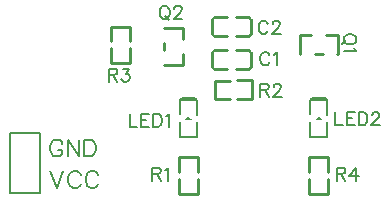
<source format=gto>
G04 Layer: TopSilkscreenLayer*
G04 EasyEDA v6.5.1, 2022-03-27 00:49:21*
G04 a67cddfb3fce44daa9051d46cbbcc19f,10*
G04 Gerber Generator version 0.2*
G04 Scale: 100 percent, Rotated: No, Reflected: No *
G04 Dimensions in millimeters *
G04 leading zeros omitted , absolute positions ,4 integer and 5 decimal *
%FSLAX45Y45*%
%MOMM*%

%ADD10C,0.2540*%
%ADD19C,0.2032*%
%ADD20C,0.2030*%
%ADD21C,0.1500*%
%ADD22C,0.1524*%

%LPD*%
D19*
X409608Y232387D02*
G01*
X464218Y89131D01*
X518574Y232387D02*
G01*
X464218Y89131D01*
X665894Y198351D02*
G01*
X659036Y211813D01*
X645574Y225529D01*
X631858Y232387D01*
X604680Y232387D01*
X590964Y225529D01*
X577248Y211813D01*
X570644Y198351D01*
X563786Y177777D01*
X563786Y143741D01*
X570644Y123167D01*
X577248Y109705D01*
X590964Y95989D01*
X604680Y89131D01*
X631858Y89131D01*
X645574Y95989D01*
X659036Y109705D01*
X665894Y123167D01*
X813214Y198351D02*
G01*
X806356Y211813D01*
X792894Y225529D01*
X779178Y232387D01*
X752000Y232387D01*
X738284Y225529D01*
X724568Y211813D01*
X717710Y198351D01*
X710852Y177777D01*
X710852Y143741D01*
X717710Y123167D01*
X724568Y109705D01*
X738284Y95989D01*
X752000Y89131D01*
X779178Y89131D01*
X792894Y95989D01*
X806356Y109705D01*
X813214Y123167D01*
X511970Y465051D02*
G01*
X505112Y478513D01*
X491396Y492229D01*
X477680Y499087D01*
X450502Y499087D01*
X436786Y492229D01*
X423324Y478513D01*
X416466Y465051D01*
X409608Y444477D01*
X409608Y410441D01*
X416466Y389867D01*
X423324Y376405D01*
X436786Y362689D01*
X450502Y355831D01*
X477680Y355831D01*
X491396Y362689D01*
X505112Y376405D01*
X511970Y389867D01*
X511970Y410441D01*
X477680Y410441D02*
G01*
X511970Y410441D01*
X556928Y499087D02*
G01*
X556928Y355831D01*
X556928Y499087D02*
G01*
X652432Y355831D01*
X652432Y499087D02*
G01*
X652432Y355831D01*
X697390Y499087D02*
G01*
X697390Y355831D01*
X697390Y499087D02*
G01*
X745142Y499087D01*
X765462Y492229D01*
X779178Y478513D01*
X786036Y465051D01*
X792894Y444477D01*
X792894Y410441D01*
X786036Y389867D01*
X779178Y376405D01*
X765462Y362689D01*
X745142Y355831D01*
X697390Y355831D01*
D22*
X905002Y1098042D02*
G01*
X905002Y988821D01*
X905002Y1098042D02*
G01*
X951737Y1098042D01*
X967231Y1092962D01*
X972565Y1087628D01*
X977645Y1077213D01*
X977645Y1066800D01*
X972565Y1056386D01*
X967231Y1051305D01*
X951737Y1045971D01*
X905002Y1045971D01*
X941323Y1045971D02*
G01*
X977645Y988821D01*
X1022350Y1098042D02*
G01*
X1079500Y1098042D01*
X1048257Y1056386D01*
X1064005Y1056386D01*
X1074165Y1051305D01*
X1079500Y1045971D01*
X1084579Y1030478D01*
X1084579Y1020063D01*
X1079500Y1004570D01*
X1069086Y994155D01*
X1053592Y988821D01*
X1037844Y988821D01*
X1022350Y994155D01*
X1017015Y999236D01*
X1011936Y1009650D01*
X2835402Y259842D02*
G01*
X2835402Y150621D01*
X2835402Y259842D02*
G01*
X2882138Y259842D01*
X2897631Y254762D01*
X2902965Y249428D01*
X2908045Y239013D01*
X2908045Y228600D01*
X2902965Y218186D01*
X2897631Y213105D01*
X2882138Y207771D01*
X2835402Y207771D01*
X2871724Y207771D02*
G01*
X2908045Y150621D01*
X2994406Y259842D02*
G01*
X2942336Y187197D01*
X3020313Y187197D01*
X2994406Y259842D02*
G01*
X2994406Y150621D01*
X1082708Y717019D02*
G01*
X1082708Y608053D01*
X1082708Y608053D02*
G01*
X1144938Y608053D01*
X1179228Y717019D02*
G01*
X1179228Y608053D01*
X1179228Y717019D02*
G01*
X1246792Y717019D01*
X1179228Y665203D02*
G01*
X1220884Y665203D01*
X1179228Y608053D02*
G01*
X1246792Y608053D01*
X1281082Y717019D02*
G01*
X1281082Y608053D01*
X1281082Y717019D02*
G01*
X1317658Y717019D01*
X1333152Y711939D01*
X1343566Y701525D01*
X1348646Y691111D01*
X1353980Y675363D01*
X1353980Y649455D01*
X1348646Y633961D01*
X1343566Y623547D01*
X1333152Y613133D01*
X1317658Y608053D01*
X1281082Y608053D01*
X1388270Y696191D02*
G01*
X1398684Y701525D01*
X1414178Y717019D01*
X1414178Y608053D01*
X2822608Y729719D02*
G01*
X2822608Y620753D01*
X2822608Y620753D02*
G01*
X2884838Y620753D01*
X2919128Y729719D02*
G01*
X2919128Y620753D01*
X2919128Y729719D02*
G01*
X2986692Y729719D01*
X2919128Y677903D02*
G01*
X2960784Y677903D01*
X2919128Y620753D02*
G01*
X2986692Y620753D01*
X3020982Y729719D02*
G01*
X3020982Y620753D01*
X3020982Y729719D02*
G01*
X3057558Y729719D01*
X3073052Y724639D01*
X3083466Y714225D01*
X3088546Y703811D01*
X3093880Y688063D01*
X3093880Y662155D01*
X3088546Y646661D01*
X3083466Y636247D01*
X3073052Y625833D01*
X3057558Y620753D01*
X3020982Y620753D01*
X3133250Y703811D02*
G01*
X3133250Y708891D01*
X3138584Y719305D01*
X3143664Y724639D01*
X3154078Y729719D01*
X3174906Y729719D01*
X3185320Y724639D01*
X3190400Y719305D01*
X3195734Y708891D01*
X3195734Y698477D01*
X3190400Y688063D01*
X3179986Y672569D01*
X3128170Y620753D01*
X3200814Y620753D01*
X2187618Y971019D02*
G01*
X2187618Y862053D01*
X2187618Y971019D02*
G01*
X2234354Y971019D01*
X2249848Y965939D01*
X2255182Y960605D01*
X2260262Y950191D01*
X2260262Y939777D01*
X2255182Y929363D01*
X2249848Y924283D01*
X2234354Y919203D01*
X2187618Y919203D01*
X2223940Y919203D02*
G01*
X2260262Y862053D01*
X2299886Y945111D02*
G01*
X2299886Y950191D01*
X2304966Y960605D01*
X2310300Y965939D01*
X2320714Y971019D01*
X2341288Y971019D01*
X2351702Y965939D01*
X2357036Y960605D01*
X2362116Y950191D01*
X2362116Y939777D01*
X2357036Y929363D01*
X2346622Y913869D01*
X2294552Y862053D01*
X2367450Y862053D01*
X1273208Y259819D02*
G01*
X1273208Y150853D01*
X1273208Y259819D02*
G01*
X1319944Y259819D01*
X1335438Y254739D01*
X1340772Y249405D01*
X1345852Y238991D01*
X1345852Y228577D01*
X1340772Y218163D01*
X1335438Y213083D01*
X1319944Y208003D01*
X1273208Y208003D01*
X1309530Y208003D02*
G01*
X1345852Y150853D01*
X1380142Y238991D02*
G01*
X1390556Y244325D01*
X1406304Y259819D01*
X1406304Y150853D01*
X3001424Y1357861D02*
G01*
X2996344Y1368275D01*
X2985930Y1378689D01*
X2975516Y1384023D01*
X2959768Y1389103D01*
X2933860Y1389103D01*
X2918366Y1384023D01*
X2907952Y1378689D01*
X2897538Y1368275D01*
X2892458Y1357861D01*
X2892458Y1337033D01*
X2897538Y1326873D01*
X2907952Y1316459D01*
X2918366Y1311125D01*
X2933860Y1306045D01*
X2959768Y1306045D01*
X2975516Y1311125D01*
X2985930Y1316459D01*
X2996344Y1326873D01*
X3001424Y1337033D01*
X3001424Y1357861D01*
X2913032Y1342367D02*
G01*
X2882044Y1311125D01*
X2980596Y1271755D02*
G01*
X2985930Y1261341D01*
X3001424Y1245593D01*
X2892458Y1245593D01*
X1367950Y1631419D02*
G01*
X1357536Y1626339D01*
X1347122Y1615925D01*
X1341788Y1605511D01*
X1336708Y1589763D01*
X1336708Y1563855D01*
X1341788Y1548361D01*
X1347122Y1537947D01*
X1357536Y1527533D01*
X1367950Y1522453D01*
X1388778Y1522453D01*
X1398938Y1527533D01*
X1409352Y1537947D01*
X1414686Y1548361D01*
X1419766Y1563855D01*
X1419766Y1589763D01*
X1414686Y1605511D01*
X1409352Y1615925D01*
X1398938Y1626339D01*
X1388778Y1631419D01*
X1367950Y1631419D01*
X1383444Y1543027D02*
G01*
X1414686Y1512039D01*
X1459390Y1605511D02*
G01*
X1459390Y1610591D01*
X1464470Y1621005D01*
X1469804Y1626339D01*
X1480218Y1631419D01*
X1500792Y1631419D01*
X1511206Y1626339D01*
X1516540Y1621005D01*
X1521620Y1610591D01*
X1521620Y1600177D01*
X1516540Y1589763D01*
X1506126Y1574269D01*
X1454056Y1522453D01*
X1526954Y1522453D01*
X2265573Y1211811D02*
G01*
X2260239Y1222225D01*
X2249825Y1232639D01*
X2239665Y1237719D01*
X2218837Y1237719D01*
X2208423Y1232639D01*
X2198009Y1222225D01*
X2192675Y1211811D01*
X2187595Y1196063D01*
X2187595Y1170155D01*
X2192675Y1154661D01*
X2198009Y1144247D01*
X2208423Y1133833D01*
X2218837Y1128753D01*
X2239665Y1128753D01*
X2249825Y1133833D01*
X2260239Y1144247D01*
X2265573Y1154661D01*
X2299863Y1216891D02*
G01*
X2310277Y1222225D01*
X2325771Y1237719D01*
X2325771Y1128753D01*
X2252886Y1478511D02*
G01*
X2247552Y1488925D01*
X2237138Y1499339D01*
X2226978Y1504419D01*
X2206150Y1504419D01*
X2195736Y1499339D01*
X2185322Y1488925D01*
X2179988Y1478511D01*
X2174908Y1462763D01*
X2174908Y1436855D01*
X2179988Y1421361D01*
X2185322Y1410947D01*
X2195736Y1400533D01*
X2206150Y1395453D01*
X2226978Y1395453D01*
X2237138Y1400533D01*
X2247552Y1410947D01*
X2252886Y1421361D01*
X2292256Y1478511D02*
G01*
X2292256Y1483591D01*
X2297590Y1494005D01*
X2302670Y1499339D01*
X2313084Y1504419D01*
X2333912Y1504419D01*
X2344326Y1499339D01*
X2349406Y1494005D01*
X2354740Y1483591D01*
X2354740Y1473177D01*
X2349406Y1462763D01*
X2338992Y1447269D01*
X2287176Y1395453D01*
X2359820Y1395453D01*
G36*
X1578000Y691896D02*
G01*
X1541983Y666902D01*
X1614017Y665886D01*
G37*
G36*
X2682900Y691896D02*
G01*
X2646883Y666902D01*
X2718917Y665886D01*
G37*
D19*
X326897Y45973D02*
G01*
X72897Y45973D01*
X72897Y553973D01*
X326897Y553973D01*
X326897Y363473D01*
D20*
X326897Y45973D02*
G01*
X326897Y363473D01*
D10*
X1086416Y1455221D02*
G01*
X926411Y1455221D01*
X926922Y1270160D02*
G01*
X926922Y1145164D01*
X1086926Y1270160D02*
G01*
X1086926Y1145164D01*
X926411Y1330218D02*
G01*
X926411Y1455221D01*
X1086416Y1330218D02*
G01*
X1086416Y1455221D01*
X1086926Y1145164D02*
G01*
X926922Y1145164D01*
X2762816Y350321D02*
G01*
X2602811Y350321D01*
X2603322Y165260D02*
G01*
X2603322Y40264D01*
X2763326Y165260D02*
G01*
X2763326Y40264D01*
X2602811Y225318D02*
G01*
X2602811Y350321D01*
X2762816Y225318D02*
G01*
X2762816Y350321D01*
X2763326Y40264D02*
G01*
X2603322Y40264D01*
D21*
X1505008Y714903D02*
G01*
X1505008Y829901D01*
X1650006Y829901D01*
X1650006Y709902D01*
X1651007Y647903D02*
G01*
X1651007Y523902D01*
X1506009Y523902D01*
X1506009Y647903D01*
X1505008Y829901D02*
G01*
X1505008Y832904D01*
X1525008Y852904D01*
X1627007Y852904D01*
X1630006Y849901D01*
X1650006Y829901D01*
X2609908Y714903D02*
G01*
X2609908Y829901D01*
X2754906Y829901D01*
X2754906Y709902D01*
X2755907Y647903D02*
G01*
X2755907Y523902D01*
X2610909Y523902D01*
X2610909Y647903D01*
X2609908Y829901D02*
G01*
X2609908Y832904D01*
X2629908Y852904D01*
X2731907Y852904D01*
X2734906Y849901D01*
X2754906Y829901D01*
D10*
X2114003Y839200D02*
G01*
X2114003Y999205D01*
X1928942Y998694D02*
G01*
X1803946Y998694D01*
X1928942Y838690D02*
G01*
X1803946Y838690D01*
X1989000Y999205D02*
G01*
X2114003Y999205D01*
X1989000Y839200D02*
G01*
X2114003Y839200D01*
X1803946Y838690D02*
G01*
X1803946Y998694D01*
X1658010Y350299D02*
G01*
X1498005Y350299D01*
X1498516Y165237D02*
G01*
X1498516Y40241D01*
X1658520Y165237D02*
G01*
X1658520Y40241D01*
X1498005Y225295D02*
G01*
X1498005Y350299D01*
X1658010Y225295D02*
G01*
X1658010Y350299D01*
X1658520Y40241D02*
G01*
X1498516Y40241D01*
X2651028Y1220203D02*
G01*
X2714782Y1220203D01*
X2522905Y1220203D02*
G01*
X2524790Y1220203D01*
X2744505Y1380205D02*
G01*
X2842905Y1380205D01*
X2522905Y1380205D02*
G01*
X2618267Y1380205D01*
X2842905Y1380205D02*
G01*
X2842905Y1220203D01*
X2522905Y1380205D02*
G01*
X2522905Y1220203D01*
X2841025Y1220203D02*
G01*
X2842905Y1220203D01*
X1371008Y1319382D02*
G01*
X1371008Y1255628D01*
X1371008Y1447505D02*
G01*
X1371008Y1445620D01*
X1531010Y1225905D02*
G01*
X1531010Y1127505D01*
X1531010Y1447505D02*
G01*
X1531010Y1352143D01*
X1531010Y1127505D02*
G01*
X1371008Y1127505D01*
X1531010Y1447505D02*
G01*
X1371008Y1447505D01*
X1371008Y1129385D02*
G01*
X1371008Y1127505D01*
X2111308Y1233205D02*
G01*
X2111308Y1113203D01*
X1906310Y1253205D02*
G01*
X1806308Y1253205D01*
X1906310Y1093200D02*
G01*
X1806308Y1093200D01*
X1986318Y1253205D02*
G01*
X2086307Y1253205D01*
X1986318Y1093200D02*
G01*
X2086307Y1093200D01*
X1781307Y1233205D02*
G01*
X1781307Y1113203D01*
X1801307Y1253205D02*
G01*
X1806308Y1253205D01*
X1801309Y1093200D02*
G01*
X1806308Y1093200D01*
X2091309Y1253205D02*
G01*
X2086307Y1253205D01*
X2091306Y1093200D02*
G01*
X2086307Y1093200D01*
X1781307Y1392600D02*
G01*
X1781307Y1512603D01*
X1986305Y1372600D02*
G01*
X2086307Y1372600D01*
X1986305Y1532605D02*
G01*
X2086307Y1532605D01*
X1906297Y1372600D02*
G01*
X1806308Y1372600D01*
X1906297Y1532605D02*
G01*
X1806308Y1532605D01*
X2111308Y1392600D02*
G01*
X2111308Y1512603D01*
X2091309Y1372600D02*
G01*
X2086307Y1372600D01*
X2091306Y1532605D02*
G01*
X2086307Y1532605D01*
X1801307Y1372600D02*
G01*
X1806308Y1372600D01*
X1801309Y1532605D02*
G01*
X1806308Y1532605D01*
G75*
G01*
X1781307Y1233206D02*
G02*
X1801307Y1253206I20000J0D01*
G75*
G01*
X1781307Y1113203D02*
G03*
X1801310Y1093201I20003J0D01*
G75*
G01*
X2111309Y1233206D02*
G03*
X2091309Y1253206I-20000J0D01*
G75*
G01*
X2111309Y1113203D02*
G02*
X2091306Y1093201I-20003J0D01*
G75*
G01*
X2111309Y1392601D02*
G02*
X2091309Y1372601I-20000J0D01*
G75*
G01*
X2111309Y1512603D02*
G03*
X2091306Y1532606I-20003J0D01*
G75*
G01*
X1781307Y1392601D02*
G03*
X1801307Y1372601I20000J0D01*
G75*
G01*
X1781307Y1512603D02*
G02*
X1801310Y1532606I20003J0D01*
M02*

</source>
